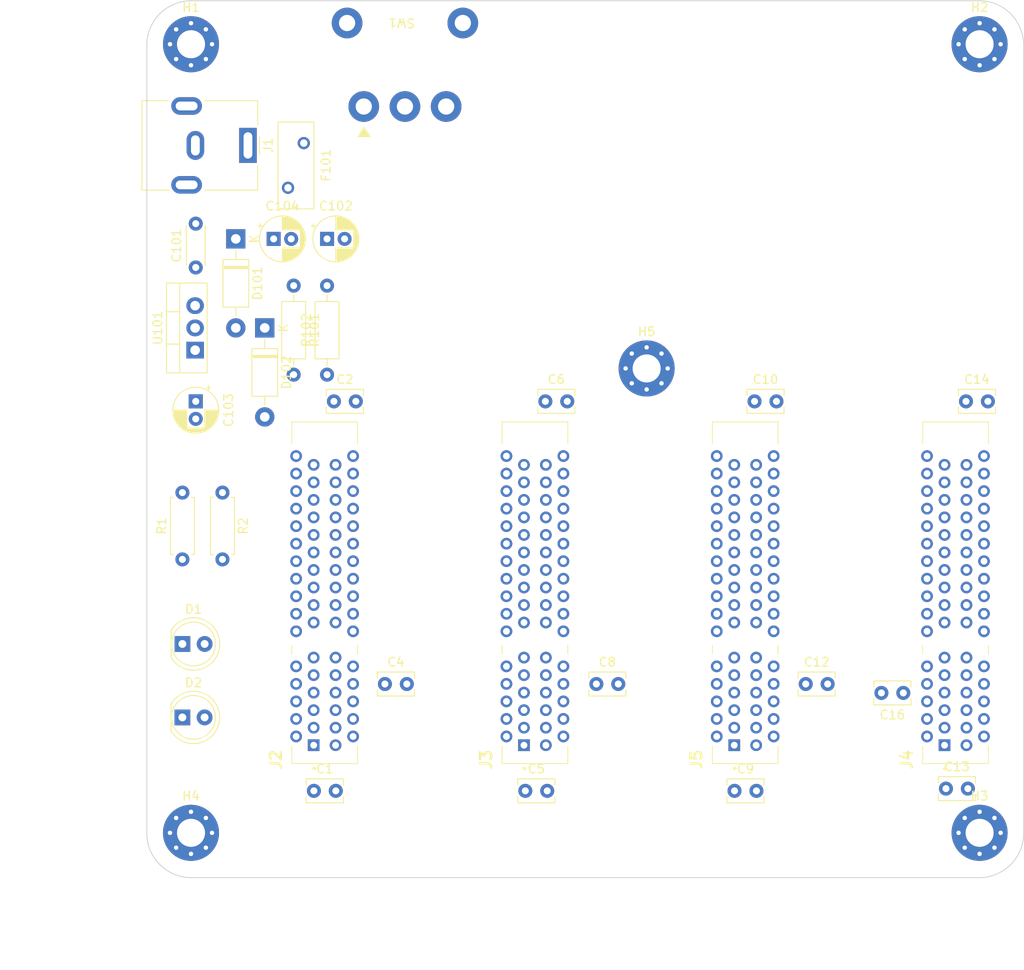
<source format=kicad_pcb>
(kicad_pcb (version 20211014) (generator pcbnew)
  (layers (0 "F.Cu" signal) (31 "B.Cu" power) (34 "B.Paste" user) (35 "F.Paste" user) (36 "B.SilkS" user "B.Silkscreen") (37 "F.SilkS" user "F.Silkscreen") (38 "B.Mask" user) (39 "F.Mask" user) (44 "Edge.Cuts" user))
  (net 0 "")
  (net 1 "GND")
  (net 2 "VCC")
  (net 3 "/Power Regulation/VREG_ADJ")
  (net 4 "/VDC")
  (net 89 "/Power Regulation/VREG_IN")
  (net 90 "/D0")
  (net 91 "/D1")
  (net 92 "/D2")
  (net 93 "/D3")
  (net 94 "/D4")
  (net 95 "/D5")
  (net 96 "/D6")
  (net 97 "/D7")
  (net 98 "/BE")
  (net 99 "/CLK")
  (net 100 "/~{IRQ}")
  (net 101 "/~{NMI}")
  (net 102 "/~{RES}")
  (net 103 "/R{slash}~{W}")
  (net 104 "/RDY")
  (net 105 "/A0")
  (net 106 "/A1")
  (net 107 "/A2")
  (net 108 "/A3")
  (net 109 "/A4")
  (net 110 "/A5")
  (net 111 "/A6")
  (net 112 "/A7")
  (net 113 "/A8")
  (net 114 "/A9")
  (net 115 "/A10")
  (net 116 "/A11")
  (net 117 "/A12")
  (net 118 "/A13")
  (net 119 "/A14")
  (net 120 "/A15")
  (net 121 "/~{ML}")
  (net 122 "/CLK2")
  (net 123 "/~{CLK}")
  (net 124 "/SYNC")
  (net 125 "/~{VP}")
  (net 126 "/~{SO}")
  (net 127 "Net-(J1-Pad1)")
  (net 130 "Net-(D1-Pad2)")
  (net 131 "Net-(D2-Pad2)")
  (footprint "Capacitor_THT:C_Rect_L4.0mm_W2.5mm_P2.50mm" (layer "F.Cu") (at 207.03 140.208)
    (fp_text reference "C9" (at 1.25 -2.5) (layer "F.SilkS"))
    (fp_text value "1u")
    (pad "1" thru_hole circle (at 0 0) (size 1.6 1.6) (drill 0.8) (layers *.Cu *.Mask) (net 2 "VCC"))
    (pad "2" thru_hole circle (at 2.5 0) (size 1.6 1.6) (drill 0.8) (layers *.Cu *.Mask) (net 1 "GND"))
  )
  (footprint "Resistor_THT:R_Axial_DIN0207_L6.3mm_D2.5mm_P7.62mm_Horizontal" (layer "F.Cu") (at 144.018 113.792 90)
    (fp_text reference "R1" (at 3.81 -2.37 90) (layer "F.SilkS"))
    (fp_text value "470")
    (pad "1" thru_hole circle (at 0 0 90) (size 1.6 1.6) (drill 0.8) (layers *.Cu *.Mask) (net 2 "VCC"))
    (pad "2" thru_hole oval (at 7.62 0 90) (size 1.6 1.6) (drill 0.8) (layers *.Cu *.Mask) (net 130 "Net-(D1-Pad2)"))
  )
  (footprint "MountingHole:MountingHole_3.2mm_M3_Pad_Via" (layer "F.Cu") (at 145 55)
    (fp_text reference "H1" (at 0 -4.2) (layer "F.SilkS"))
    (fp_text value "M3")
    (pad "1" thru_hole circle (at 1.697056 -1.697056) (size 0.8 0.8) (drill 0.5) (layers *.Cu *.Mask) (net 1 "GND"))
    (pad "1" thru_hole circle (at 1.697056 1.697056) (size 0.8 0.8) (drill 0.5) (layers *.Cu *.Mask) (net 1 "GND"))
    (pad "1" thru_hole circle (at -1.697056 -1.697056) (size 0.8 0.8) (drill 0.5) (layers *.Cu *.Mask) (net 1 "GND"))
    (pad "1" thru_hole circle (at 0 -2.4) (size 0.8 0.8) (drill 0.5) (layers *.Cu *.Mask) (net 1 "GND"))
    (pad "1" thru_hole circle (at -1.697056 1.697056) (size 0.8 0.8) (drill 0.5) (layers *.Cu *.Mask) (net 1 "GND"))
    (pad "1" thru_hole circle (at -2.4 0) (size 0.8 0.8) (drill 0.5) (layers *.Cu *.Mask) (net 1 "GND"))
    (pad "1" thru_hole circle (at 0 0) (size 6.4 6.4) (drill 3.2) (layers *.Cu *.Mask) (net 1 "GND"))
    (pad "1" thru_hole circle (at 2.4 0) (size 0.8 0.8) (drill 0.5) (layers *.Cu *.Mask) (net 1 "GND"))
    (pad "1" thru_hole circle (at 0 2.4) (size 0.8 0.8) (drill 0.5) (layers *.Cu *.Mask) (net 1 "GND"))
  )
  (footprint "Diode_THT:D_DO-41_SOD81_P10.16mm_Horizontal" (layer "F.Cu") (at 153.416 87.376 -90)
    (fp_text reference "D102" (at 5.08 -2.47 90) (layer "F.SilkS"))
    (fp_text value "1N4002-E3/54")
    (fp_text user "K" (at 0 -2.1 90) (layer "F.SilkS"))
    (pad "1" thru_hole rect (at 0 0 270) (size 2.2 2.2) (drill 1.1) (layers *.Cu *.Mask) (net 2 "VCC"))
    (pad "2" thru_hole oval (at 10.16 0 270) (size 2.2 2.2) (drill 1.1) (layers *.Cu *.Mask) (net 3 "/Power Regulation/VREG_ADJ"))
  )
  (footprint "Capacitor_THT:CP_Radial_D5.0mm_P2.00mm" (layer "F.Cu") (at 160.528 77.216)
    (fp_text reference "C102" (at 1 -3.75) (layer "F.SilkS"))
    (fp_text value "10u")
    (pad "1" thru_hole rect (at 0 0) (size 1.6 1.6) (drill 0.8) (layers *.Cu *.Mask) (net 2 "VCC"))
    (pad "2" thru_hole circle (at 2 0) (size 1.6 1.6) (drill 0.8) (layers *.Cu *.Mask) (net 1 "GND"))
  )
  (footprint "Capacitor_THT:C_Rect_L4.0mm_W2.5mm_P2.50mm" (layer "F.Cu") (at 231.16 139.954)
    (fp_text reference "C13" (at 1.25 -2.5) (layer "F.SilkS"))
    (fp_text value "1u")
    (pad "1" thru_hole circle (at 0 0) (size 1.6 1.6) (drill 0.8) (layers *.Cu *.Mask) (net 2 "VCC"))
    (pad "2" thru_hole circle (at 2.5 0) (size 1.6 1.6) (drill 0.8) (layers *.Cu *.Mask) (net 1 "GND"))
  )
  (footprint "Diode_THT:D_DO-41_SOD81_P10.16mm_Horizontal" (layer "F.Cu") (at 150.114 77.216 -90)
    (fp_text reference "D101" (at 5.08 -2.47 90) (layer "F.SilkS"))
    (fp_text value "1N4002-E3/54")
    (fp_text user "K" (at 0 -2.1 90) (layer "F.SilkS"))
    (pad "1" thru_hole rect (at 0 0 270) (size 2.2 2.2) (drill 1.1) (layers *.Cu *.Mask) (net 89 "/Power Regulation/VREG_IN"))
    (pad "2" thru_hole oval (at 10.16 0 270) (size 2.2 2.2) (drill 1.1) (layers *.Cu *.Mask) (net 2 "VCC"))
  )
  (footprint "MountingHole:MountingHole_3.2mm_M3_Pad_Via" (layer "F.Cu") (at 145 145)
    (fp_text reference "H4" (at 0 -4.2) (layer "F.SilkS"))
    (fp_text value "M3")
    (pad "1" thru_hole circle (at -1.697056 -1.697056) (size 0.8 0.8) (drill 0.5) (layers *.Cu *.Mask) (net 1 "GND"))
    (pad "1" thru_hole circle (at 0 0) (size 6.4 6.4) (drill 3.2) (layers *.Cu *.Mask) (net 1 "GND"))
    (pad "1" thru_hole circle (at 2.4 0) (size 0.8 0.8) (drill 0.5) (layers *.Cu *.Mask) (net 1 "GND"))
    (pad "1" thru_hole circle (at -1.697056 1.697056) (size 0.8 0.8) (drill 0.5) (layers *.Cu *.Mask) (net 1 "GND"))
    (pad "1" thru_hole circle (at 0 2.4) (size 0.8 0.8) (drill 0.5) (layers *.Cu *.Mask) (net 1 "GND"))
    (pad "1" thru_hole circle (at 1.697056 -1.697056) (size 0.8 0.8) (drill 0.5) (layers *.Cu *.Mask) (net 1 "GND"))
    (pad "1" thru_hole circle (at 0 -2.4) (size 0.8 0.8) (drill 0.5) (layers *.Cu *.Mask) (net 1 "GND"))
    (pad "1" thru_hole circle (at 1.697056 1.697056) (size 0.8 0.8) (drill 0.5) (layers *.Cu *.Mask) (net 1 "GND"))
    (pad "1" thru_hole circle (at -2.4 0) (size 0.8 0.8) (drill 0.5) (layers *.Cu *.Mask) (net 1 "GND"))
  )
  (footprint "Capacitor_THT:C_Rect_L4.0mm_W2.5mm_P2.50mm" (layer "F.Cu") (at 226.294 129.032 180)
    (fp_text reference "C16" (at 1.25 -2.5) (layer "F.SilkS"))
    (fp_text value "1u")
    (pad "1" thru_hole circle (at 0 0 180) (size 1.6 1.6) (drill 0.8) (layers *.Cu *.Mask) (net 2 "VCC"))
    (pad "2" thru_hole circle (at 2.5 0 180) (size 1.6 1.6) (drill 0.8) (layers *.Cu *.Mask) (net 1 "GND"))
  )
  (footprint "Capacitor_THT:C_Rect_L4.0mm_W2.5mm_P2.50mm" (layer "F.Cu") (at 185.44 95.758)
    (fp_text reference "C6" (at 1.25 -2.5) (layer "F.SilkS"))
    (fp_text value "1u")
    (pad "1" thru_hole circle (at 0 0) (size 1.6 1.6) (drill 0.8) (layers *.Cu *.Mask) (net 2 "VCC"))
    (pad "2" thru_hole circle (at 2.5 0) (size 1.6 1.6) (drill 0.8) (layers *.Cu *.Mask) (net 1 "GND"))
  )
  (footprint "Package_TO_SOT_THT:TO-220-3_Vertical" (layer "F.Cu") (at 145.471 89.916 90)
    (fp_text reference "U101" (at 2.54 -4.27 90) (layer "F.SilkS"))
    (fp_text value "LM317KCS")
    (pad "1" thru_hole rect (at 0 0 90) (size 1.905 2) (drill 1.1) (layers *.Cu *.Mask) (net 3 "/Power Regulation/VREG_ADJ"))
    (pad "2" thru_hole oval (at 2.54 0 90) (size 1.905 2) (drill 1.1) (layers *.Cu *.Mask) (net 2 "VCC"))
    (pad "3" thru_hole oval (at 5.08 0 90) (size 1.905 2) (drill 1.1) (layers *.Cu *.Mask) (net 89 "/Power Regulation/VREG_IN"))
  )
  (footprint "MountingHole:MountingHole_3.2mm_M3_Pad_Via" (layer "F.Cu") (at 235 145)
    (fp_text reference "H3" (at 0 -4.2) (layer "F.SilkS"))
    (fp_text value "M3")
    (pad "1" thru_hole circle (at 0 2.4) (size 0.8 0.8) (drill 0.5) (layers *.Cu *.Mask) (net 1 "GND"))
    (pad "1" thru_hole circle (at -2.4 0) (size 0.8 0.8) (drill 0.5) (layers *.Cu *.Mask) (net 1 "GND"))
    (pad "1" thru_hole circle (at -1.697056 -1.697056) (size 0.8 0.8) (drill 0.5) (layers *.Cu *.Mask) (net 1 "GND"))
    (pad "1" thru_hole circle (at 0 -2.4) (size 0.8 0.8) (drill 0.5) (layers *.Cu *.Mask) (net 1 "GND"))
    (pad "1" thru_hole circle (at -1.697056 1.697056) (size 0.8 0.8) (drill 0.5) (layers *.Cu *.Mask) (net 1 "GND"))
    (pad "1" thru_hole circle (at 1.697056 1.697056) (size 0.8 0.8) (drill 0.5) (layers *.Cu *.Mask) (net 1 "GND"))
    (pad "1" thru_hole circle (at 1.697056 -1.697056) (size 0.8 0.8) (drill 0.5) (layers *.Cu *.Mask) (net 1 "GND"))
    (pad "1" thru_hole circle (at 2.4 0) (size 0.8 0.8) (drill 0.5) (layers *.Cu *.Mask) (net 1 "GND"))
    (pad "1" thru_hole circle (at 0 0) (size 6.4 6.4) (drill 3.2) (layers *.Cu *.Mask) (net 1 "GND"))
  )
  (footprint "Resistor_THT:R_Axial_DIN0207_L6.3mm_D2.5mm_P10.16mm_Horizontal" (layer "F.Cu") (at 156.718 82.55 -90)
    (fp_text reference "R101" (at 5.08 -2.37 90) (layer "F.SilkS"))
    (fp_text value "240")
    (pad "1" thru_hole circle (at 0 0 270) (size 1.6 1.6) (drill 0.8) (layers *.Cu *.Mask) (net 2 "VCC"))
    (pad "2" thru_hole oval (at 10.16 0 270) (size 1.6 1.6) (drill 0.8) (layers *.Cu *.Mask) (net 3 "/Power Regulation/VREG_ADJ"))
  )
  (footprint "6502_Library:877159100 PCIe x4" (layer "F.Cu") (at 207 135 90)
    (fp_text reference "J5" (at -1.651 -4.318 90) (layer "F.SilkS") (effects (font (size 1.27 1.27) (thickness 0.254))))
    (fp_text value "BUS_6502_PCI_4_64" hide)
    (pad "" np_thru_hole circle (at 34.8 1.25 90) (size 2.4 2.4) (drill 2.4) (layers *.Cu *.Mask))
    (pad "" np_thru_hole circle (at 11.65 1.25 90) (size 2.4 2.4) (drill 2.4) (layers *.Cu *.Mask))
    (pad "A1" thru_hole rect (at 0 0 90) (size 1.337 1.337) (drill 0.78) (layers *.Cu *.Mask) (net 2 "VCC"))
    (pad "A2" thru_hole circle (at 1 -2 90) (size 1.337 1.337) (drill 0.78) (layers *.Cu *.Mask) (net 90 "/D0"))
    (pad "A3" thru_hole circle (at 2 0 90) (size 1.337 1.337) (drill 0.78) (layers *.Cu *.Mask) (net 91 "/D1"))
    (pad "A4" thru_hole circle (at 3 -2 90) (size 1.337 1.337) (drill 0.78) (layers *.Cu *.Mask) (net 92 "/D2"))
    (pad "A5" thru_hole circle (at 4 0 90) (size 1.337 1.337) (drill 0.78) (layers *.Cu *.Mask) (net 93 "/D3"))
    (pad "A6" thru_hole circle (at 5 -2 90) (size 1.337 1.337) (drill 0.78) (layers *.Cu *.Mask) (net 94 "/D4"))
    (pad "A7" thru_hole circle (at 6 0 90) (size 1.337 1.337) (drill 0.78) (layers *.Cu *.Mask) (net 95 "/D5"))
    (pad "A8" thru_hole circle (at 7 -2 90) (size 1.337 1.337) (drill 0.78) (layers *.Cu *.Mask) (net 96 "/D6"))
    (pad "A9" thru_hole circle (at 8 0 90) (size 1.337 1.337) (drill 0.78) (layers *.Cu *.Mask) (net 97 "/D7"))
    (pad "A10" thru_hole circle (at 9 -2 90) (size 1.337 1.337) (drill 0.78) (layers *.Cu *.Mask) (net 98 "/BE"))
    (pad "A11" thru_hole circle (at 10 0 90) (size 1.337 1.337) (drill 0.78) (layers *.Cu *.Mask) (net 99 "/CLK"))
    (pad "A12" thru_hole circle (at 13 -2 90) (size 1.337 1.337) (drill 0.78) (layers *.Cu *.Mask) (net 100 "/~{IRQ}"))
    (pad "A13" thru_hole circle (at 14 0 90) (size 1.337 1.337) (drill 0.78) (layers *.Cu *.Mask) (net 101 "/~{NMI}"))
    (pad "A14" thru_hole circle (at 15 -2 90) (size 1.337 1.337) (drill 0.78) (layers *.Cu *.Mask) (net 102 "/~{RES}"))
    (pad "A15" thru_hole circle (at 16 0 90) (size 1.337 1.337) (drill 0.78) (layers *.Cu *.Mask) (net 103 "/R{slash}~{W}"))
    (pad "A16" thru_hole circle (at 17 -2 90) (size 1.337 1.337) (drill 0.78) (layers *.Cu *.Mask) (net 104 "/RDY"))
    (pad "A17" thru_hole circle (at 18 0 90) (size 1.337 1.337) (drill 0.78) (layers *.Cu *.Mask) (net 105 "/A0"))
    (pad "A18" thru_hole circle (at 19 -2 90) (size 1.337 1.337) (drill 0.78) (layers *.Cu *.Mask) (net 106 "/A1"))
    (pad "A19" thru_hole circle (at 20 0 90) (size 1.337 1.337) (drill 0.78) (layers *.Cu *.Mask) (net 107 "/A2"))
    (pad "A20" thru_hole circle (at 21 -2 90) (size 1.337 1.337) (drill 0.78) (layers *.Cu *.Mask) (net 108 "/A3"))
    (pad "A21" thru_hole circle (at 22 0 90) (size 1.337 1.337) (drill 0.78) (layers *.Cu *.Mask) (net 109 "/A4"))
    (pad "A22" thru_hole circle (at 23 -2 90) (size 1.337 1.337) (drill 0.78) (layers *.Cu *.Mask) (net 110 "/A5"))
    (pad "A23" thru_hole circle (at 24 0 90) (size 1.337 1.337) (drill 0.78) (layers *.Cu *.Mask) (net 111 "/A6"))
    (pad "A24" thru_hole circle (at 25 -2 90) (size 1.337 1.337) (drill 0.78) (layers *.Cu *.Mask) (net 112 "/A7"))
    (pad "A25" thru_hole circle (at 26 0 90) (size 1.337 1.337) (drill 0.78) (layers *.Cu *.Mask) (net 113 "/A8"))
    (pad "A26" thru_hole circle (at 27 -2 90) (size 1.337 1.337) (drill 0.78) (layers *.Cu *.Mask) (net 114 "/A9"))
    (pad "A27" thru_hole circle (at 28 0 90) (size 1.337 1.337) (drill 0.78) (layers *.Cu *.Mask) (net 115 "/A10"))
    (pad "A28" thru_hole circle (at 29 -2 90) (size 1.337 1.337) (drill 0.78) (layers *.Cu *.Mask) (net 116 "/A11"))
    (pad "A29" thru_hole circle (at 30 0 90) (size 1.337 1.337) (drill 0.78) (layers *.Cu *.Mask) (net 117 "/A12"))
    (pad "A30" thru_hole circle (at 31 -2 90) (size 1.337 1.337) (drill 0.78) (layers *.Cu *.Mask) (net 118 "/A13"))
    (pad "A31" thru_hole circle (at 32 0 90) (size 1.337 1.337) (drill 0.78) (layers *.Cu *.Mask) (net 119 "/A14"))
    (pad "A32" thru_hole circle (at 33 -2 90) (size 1.337 1.337) (drill 0.78) (layers *.Cu *.Mask) (net 120 "/A15"))
    (pad "B1" thru_hole circle (at 0 2.5 90) (size 1.337 1.337) (drill 0.78) (layers *.Cu *.Mask) (net 1 "GND"))
    (pad "B2" thru_hole circle (at 1 4.5 90) (size 1.337 1.337) (drill 0.78) (layers *.Cu *.Mask) (net 121 "/~{ML}"))
    (pad "B3" thru_hole circle (at 2 2.5 90) (size 1.337 1.337) (drill 0.78) (layers *.Cu *.Mask) (net 122 "/CLK2"))
    (pad "B4" thru_hole circle (at 3 4.5 90) (size 1.337 1.337) (drill 0.78) (layers *.Cu *.Mask) (net 123 "/~{CLK}"))
    (pad "B5" thru_hole circle (at 4 2.5 90) (size 1.337 1.337) (drill 0.78) (layers *.Cu *.Mask) (net 124 "/SYNC"))
    (pad "B6" thru_hole circle (at 5 4.5 90) (size 1.337 1.337) (drill 0.78) (layers *.Cu *.Mask) (net 125 "/~{VP}"))
    (pad "B7" thru_hole circle (at 6 2.5 90) (size 1.337 1.337) (drill 0.78) (layers *.Cu *.Mask) (net 126 "/~{SO}"))
    (pad "B8" thru_hole circle (at 7 4.5 90) (size 1.337 1.337) (drill 0.78) (layers *.Cu *.Mask) (net 2 "VCC"))
    (pad "B9" thru_hole circle (at 8 2.5 90) (size 1.337 1.337) (drill 0.78) (layers *.Cu *.Mask))
    (pad "B10" thru_hole circle (at 9 4.5 90) (size 1.337 1.337) (drill 0.78) (layers *.Cu *.Mask))
    (pad "B11" thru_hole circle (at 10 2.5 90) (size 1.337 1.337) (drill 0.78) (layers *.Cu *.Mask))
    (pad "B12" thru_hole circle (at 13 4.5 90) (size 1.337 1.337) (drill 0.78) (layers *.Cu *.Mask))
    (pad "B13" thru_hole circle (at 14 2.5 90) (size 1.337 1.337) (drill 0.78) (layers *.Cu *.Mask))
    (pad "B14" thru_hole circle (at 15 4.5 90) (size 1.337 1.337) (drill 0.78) (layers *.Cu *.Mask))
    (pad "B15" thru_hole circle (at 16 2.5 90) (size 1.337 1.337) (drill 0.78) (layers *.Cu *.Mask))
    (pad "B16" thru_hole circle (at 17 4.5 90) (size 1.337 1.337) (drill 0.78) (layers *.Cu *.Mask))
    (pad "B17" thru_hole circle (at 18 2.5 90) (size 1.337 1.337) (drill 0.78) (layers *.Cu *.Mask) (net 1 "GND"))
    (pad "B18" thru_hole circle (at 19 4.5 90) (size 1.337 1.337) (drill 0.78) (layers *.Cu *.Mask))
    (pad "B19" thru_hole circle (at 20 2.5 90) (size 1.337 1.337) (drill 0.78) (layers *.Cu *.Mask))
    (pad "B20" thru_hole circle (at 21 4.5 90) (size 1.337 1.337) (drill 0.78) (layers *.Cu *.Mask))
    (pad "B21" thru_hole circle (at 22 2.5 90) (size 1.337 1.337) (drill 0.78) (layers *.Cu *.Mask))
    (pad "B22" thru_hole circle (at 23 4.5 90) (size 1.337 1.337) (drill 0.78) (layers *.Cu *.Mask))
    (pad "B23" thru_hole circle (at 24 2.5 90) (size 1.337 1.337) (drill 0.78) (layers *.Cu *.Mask))
    (pad "B24" thru_hole circle (at 25 4.5 90) (size 1.337 1.337) (drill 0.78) (layers *.Cu *.Mask))
    (pad "B25" thru_hole circle (at 26 2.5 90) (size 1.337 1.337) (drill 0.78) (layers *.Cu *.Mask))
    (pad "B26" thru_hole circle (at 27 4.5 90) (size 1.337 1.337) (drill 0.78) (layers *.Cu *.Mask))
    (pad "B27" thru_hole circle (at 28 2.5 90) (size 1.337 1.337) (drill 0.78) (layers *.Cu *.Mask))
    (pad "B28" thru_hole circle (at 29 4.5 90) (size 1.337 1.337) (drill 0.78) (layers *.Cu *.Mask))
    (pad "B29" thru_hole circle (at 30 2.5 90) (size 1.337 1.337) (drill 0.78) (layers *.Cu *.Mask))
    (pad "B30" thru_hole circle (at 31 4.5 90) (size 1.337 1.337) (drill 0.78) (layers *.Cu *.Mask))
    (pad "B31" thru_hole circle (at 32 2.5 90) (size 1.337 1.337) (drill 0.78) (layers *.Cu *.Mask) (net 2 "VCC"))
    (pad "B32" thru_hole circle (at 33 4.5 90) (size 1.337 1.337) (drill 0.78) (layers *.Cu *.Mask) (net 1 "GND"))
  )
  (footprint "LED_THT:LED_D5.0mm" (layer "F.Cu") (at 144.018 123.444)
    (fp_text reference "D1" (at 1.27 -3.96) (layer "F.SilkS"))
    (fp_text value "PWR")
    (pad "1" thru_hole rect (at 0 0) (size 1.8 1.8) (drill 0.9) (layers *.Cu *.Mask) (net 1 "GND"))
    (pad "2" thru_hole circle (at 2.54 0) (size 1.8 1.8) (drill 0.9) (layers *.Cu *.Mask) (net 130 "Net-(D1-Pad2)"))
  )
  (footprint "Capacitor_THT:C_Rect_L4.0mm_W2.5mm_P2.50mm" (layer "F.Cu") (at 159.024 140.208)
    (fp_text reference "C1" (at 1.25 -2.5) (layer "F.SilkS"))
    (fp_text value "1u")
    (pad "1" thru_hole circle (at 0 0) (size 1.6 1.6) (drill 0.8) (layers *.Cu *.Mask) (net 2 "VCC"))
    (pad "2" thru_hole circle (at 2.5 0) (size 1.6 1.6) (drill 0.8) (layers *.Cu *.Mask) (net 1 "GND"))
  )
  (footprint "Capacitor_THT:C_Rect_L4.0mm_W2.5mm_P2.50mm" (layer "F.Cu") (at 161.31 95.758)
    (fp_text reference "C2" (at 1.25 -2.5) (layer "F.SilkS"))
    (fp_text value "1u")
    (pad "1" thru_hole circle (at 0 0) (size 1.6 1.6) (drill 0.8) (layers *.Cu *.Mask) (net 2 "VCC"))
    (pad "2" thru_hole circle (at 2.5 0) (size 1.6 1.6) (drill 0.8) (layers *.Cu *.Mask) (net 1 "GND"))
  )
  (footprint "Resistor_THT:R_Axial_DIN0207_L6.3mm_D2.5mm_P10.16mm_Horizontal" (layer "F.Cu") (at 160.528 92.71 90)
    (fp_text reference "R102" (at 5.08 -2.37 90) (layer "F.SilkS"))
    (fp_text value "720")
    (pad "1" thru_hole circle (at 0 0 90) (size 1.6 1.6) (drill 0.8) (layers *.Cu *.Mask) (net 3 "/Power Regulation/VREG_ADJ"))
    (pad "2" thru_hole oval (at 10.16 0 90) (size 1.6 1.6) (drill 0.8) (layers *.Cu *.Mask) (net 1 "GND"))
  )
  (footprint "Capacitor_THT:C_Rect_L4.0mm_W2.5mm_P2.50mm" (layer "F.Cu") (at 233.446 95.758)
    (fp_text reference "C14" (at 1.25 -2.5) (layer "F.SilkS"))
    (fp_text value "1u")
    (pad "1" thru_hole circle (at 0 0) (size 1.6 1.6) (drill 0.8) (layers *.Cu *.Mask) (net 2 "VCC"))
    (pad "2" thru_hole circle (at 2.5 0) (size 1.6 1.6) (drill 0.8) (layers *.Cu *.Mask) (net 1 "GND"))
  )
  (footprint "6502_Library:Button_Switch_Dailywell_SPDT" (layer "F.Cu") (at 169.418 52.578 180)
    (fp_text reference "SW1" (at 0.381 0 180 unlocked) (layer "F.SilkS"))
    (fp_text value "SW_PWR")
    (pad "1" thru_hole circle (at 4.7 -9.53 180) (size 3.5 3.5) (drill 1.85) (layers *.Cu *.Mask))
    (pad "2" thru_hole circle (at 0 -9.53 180) (size 3.5 3.5) (drill 1.85) (layers *.Cu *.Mask) (net 127 "Net-(J1-Pad1)"))
    (pad "3" thru_hole circle (at -4.7 -9.53 180) (size 3.5 3.5) (drill 1.85) (layers *.Cu *.Mask) (net 4 "/VDC"))
    (pad "MP" thru_hole circle (at 6.605 0 270) (size 3.5 3.5) (drill 1.85) (layers *.Cu *.Mask))
    (pad "MP" thru_hole circle (at -6.605 0 180) (size 3.5 3.5) (drill 1.85) (layers *.Cu *.Mask))
  )
  (footprint "Capacitor_THT:C_Rect_L4.0mm_W2.5mm_P2.50mm" (layer "F.Cu") (at 167.132 128.016)
    (fp_text reference "C4" (at 1.25 -2.5) (layer "F.SilkS"))
    (fp_text value "1u")
    (pad "1" thru_hole circle (at 0 0) (size 1.6 1.6) (drill 0.8) (layers *.Cu *.Mask) (net 2 "VCC"))
    (pad "2" thru_hole circle (at 2.5 0) (size 1.6 1.6) (drill 0.8) (layers *.Cu *.Mask) (net 1 "GND"))
  )
  (footprint "Capacitor_THT:CP_Radial_D5.0mm_P2.00mm" (layer "F.Cu") (at 145.542 95.758 -90)
    (fp_text reference "C103" (at 1 -3.75 90) (layer "F.SilkS"))
    (fp_text value "10u")
    (pad "1" thru_hole rect (at 0 0 270) (size 1.6 1.6) (drill 0.8) (layers *.Cu *.Mask) (net 3 "/Power Regulation/VREG_ADJ"))
    (pad "2" thru_hole circle (at 2 0 270) (size 1.6 1.6) (drill 0.8) (layers *.Cu *.Mask) (net 1 "GND"))
  )
  (footprint "MountingHole:MountingHole_3.2mm_M3_Pad_Via" (layer "F.Cu") (at 235 55)
    (fp_text reference "H2" (at 0 -4.2) (layer "F.SilkS"))
    (fp_text value "M3")
    (pad "1" thru_hole circle (at 0 -2.4) (size 0.8 0.8) (drill 0.5) (layers *.Cu *.Mask) (net 1 "GND"))
    (pad "1" thru_hole circle (at -2.4 0) (size 0.8 0.8) (drill 0.5) (layers *.Cu *.Mask) (net 1 "GND"))
    (pad "1" thru_hole circle (at -1.697056 -1.697056) (size 0.8 0.8) (drill 0.5) (layers *.Cu *.Mask) (net 1 "GND"))
    (pad "1" thru_hole circle (at 0 2.4) (size 0.8 0.8) (drill 0.5) (layers *.Cu *.Mask) (net 1 "GND"))
    (pad "1" thru_hole circle (at 1.697056 1.697056) (size 0.8 0.8) (drill 0.5) (layers *.Cu *.Mask) (net 1 "GND"))
    (pad "1" thru_hole circle (at -1.697056 1.697056) (size 0.8 0.8) (drill 0.5) (layers *.Cu *.Mask) (net 1 "GND"))
    (pad "1" thru_hole circle (at 0 0) (size 6.4 6.4) (drill 3.2) (layers *.Cu *.Mask) (net 1 "GND"))
    (pad "1" thru_hole circle (at 2.4 0) (size 0.8 0.8) (drill 0.5) (layers *.Cu *.Mask) (net 1 "GND"))
    (pad "1" thru_hole circle (at 1.697056 -1.697056) (size 0.8 0.8) (drill 0.5) (layers *.Cu *.Mask) (net 1 "GND"))
  )
  (footprint "6502_Library:877159100 PCIe x4" (layer "F.Cu") (at 183 135 90)
    (fp_text reference "J3" (at -1.651 -4.318 90) (layer "F.SilkS") (effects (font (size 1.27 1.27) (thickness 0.254))))
    (fp_text value "BUS_6502_PCI_4_64" hide)
    (pad "" np_thru_hole circle (at 11.65 1.25 90) (size 2.4 2.4) (drill 2.4) (layers *.Cu *.Mask))
    (pad "" np_thru_hole circle (at 34.8 1.25 90) (size 2.4 2.4) (drill 2.4) (layers *.Cu *.Mask))
    (pad "A1" thru_hole rect (at 0 0 90) (size 1.337 1.337) (drill 0.78) (layers *.Cu *.Mask) (net 2 "VCC"))
    (pad "A2" thru_hole circle (at 1 -2 90) (size 1.337 1.337) (drill 0.78) (layers *.Cu *.Mask) (net 90 "/D0"))
    (pad "A3" thru_hole circle (at 2 0 90) (size 1.337 1.337) (drill 0.78) (layers *.Cu *.Mask) (net 91 "/D1"))
    (pad "A4" thru_hole circle (at 3 -2 90) (size 1.337 1.337) (drill 0.78) (layers *.Cu *.Mask) (net 92 "/D2"))
    (pad "A5" thru_hole circle (at 4 0 90) (size 1.337 1.337) (drill 0.78) (layers *.Cu *.Mask) (net 93 "/D3"))
    (pad "A6" thru_hole circle (at 5 -2 90) (size 1.337 1.337) (drill 0.78) (layers *.Cu *.Mask) (net 94 "/D4"))
    (pad "A7" thru_hole circle (at 6 0 90) (size 1.337 1.337) (drill 0.78) (layers *.Cu *.Mask) (net 95 "/D5"))
    (pad "A8" thru_hole circle (at 7 -2 90) (size 1.337 1.337) (drill 0.78) (layers *.Cu *.Mask) (net 96 "/D6"))
    (pad "A9" thru_hole circle (at 8 0 90) (size 1.337 1.337) (drill 0.78) (layers *.Cu *.Mask) (net 97 "/D7"))
    (pad "A10" thru_hole circle (at 9 -2 90) (size 1.337 1.337) (drill 0.78) (layers *.Cu *.Mask) (net 98 "/BE"))
    (pad "A11" thru_hole circle (at 10 0 90) (size 1.337 1.337) (drill 0.78) (layers *.Cu *.Mask) (net 99 "/CLK"))
    (pad "A12" thru_hole circle (at 13 -2 90) (size 1.337 1.337) (drill 0.78) (layers *.Cu *.Mask) (net 100 "/~{IRQ}"))
    (pad "A13" thru_hole circle (at 14 0 90) (size 1.337 1.337) (drill 0.78) (layers *.Cu *.Mask) (net 101 "/~{NMI}"))
    (pad "A14" thru_hole circle (at 15 -2 90) (size 1.337 1.337) (drill 0.78) (layers *.Cu *.Mask) (net 102 "/~{RES}"))
    (pad "A15" thru_hole circle (at 16 0 90) (size 1.337 1.337) (drill 0.78) (layers *.Cu *.Mask) (net 103 "/R{slash}~{W}"))
    (pad "A16" thru_hole circle (at 17 -2 90) (size 1.337 1.337) (drill 0.78) (layers *.Cu *.Mask) (net 104 "/RDY"))
    (pad "A17" thru_hole circle (at 18 0 90) (size 1.337 1.337) (drill 0.78) (layers *.Cu *.Mask) (net 105 "/A0"))
    (pad "A18" thru_hole circle (at 19 -2 90) (size 1.337 1.337) (drill 0.78) (layers *.Cu *.Mask) (net 106 "/A1"))
    (pad "A19" thru_hole circle (at 20 0 90) (size 1.337 1.337) (drill 0.78) (layers *.Cu *.Mask) (net 107 "/A2"))
    (pad "A20" thru_hole circle (at 21 -2 90) (size 1.337 1.337) (drill 0.78) (layers *.Cu *.Mask) (net 108 "/A3"))
    (pad "A21" thru_hole circle (at 22 0 90) (size 1.337 1.337) (drill 0.78) (layers *.Cu *.Mask) (net 109 "/A4"))
    (pad "A22" thru_hole circle (at 23 -2 90) (size 1.337 1.337) (drill 0.78) (layers *.Cu *.Mask) (net 110 "/A5"))
    (pad "A23" thru_hole circle (at 24 0 90) (size 1.337 1.337) (drill 0.78) (layers *.Cu *.Mask) (net 111 "/A6"))
    (pad "A24" thru_hole circle (at 25 -2 90) (size 1.337 1.337) (drill 0.78) (layers *.Cu *.Mask) (net 112 "/A7"))
    (pad "A25" thru_hole circle (at 26 0 90) (size 1.337 1.337) (drill 0.78) (layers *.Cu *.Mask) (net 113 "/A8"))
    (pad "A26" thru_hole circle (at 27 -2 90) (size 1.337 1.337) (drill 0.78) (layers *.Cu *.Mask) (net 114 "/A9"))
    (pad "A27" thru_hole circle (at 28 0 90) (size 1.337 1.337) (drill 0.78) (layers *.Cu *.Mask) (net 115 "/A10"))
    (pad "A28" thru_hole circle (at 29 -2 90) (size 1.337 1.337) (drill 0.78) (layers *.Cu *.Mask) (net 116 "/A11"))
    (pad "A29" thru_hole circle (at 30 0 90) (size 1.337 1.337) (drill 0.78) (layers *.Cu *.Mask) (net 117 "/A12"))
    (pad "A30" thru_hole circle (at 31 -2 90) (size 1.337 1.337) (drill 0.78) (layers *.Cu *.Mask) (net 118 "/A13"))
    (pad "A31" thru_hole circle (at 32 0 90) (size 1.337 1.337) (drill 0.78) (layers *.Cu *.Mask) (net 119 "/A14"))
    (pad "A32" thru_hole circle (at 33 -2 90) (size 1.337 1.337) (drill 0.78) (layers *.Cu *.Mask) (net 120 "/A15"))
    (pad "B1" thru_hole circle (at 0 2.5 90) (size 1.337 1.337) (drill 0.78) (layers *.Cu *.Mask) (net 1 "GND"))
    (pad "B2" thru_hole circle (at 1 4.5 90) (size 1.337 1.337) (drill 0.78) (layers *.Cu *.Mask) (net 121 "/~{ML}"))
    (pad "B3" thru_hole circle (at 2 2.5 90) (size 1.337 1.337) (drill 0.78) (layers *.Cu *.Mask) (net 122 "/CLK2"))
    (pad "B4" thru_hole circle (at 3 4.5 90) (size 1.337 1.337) (drill 0.78) (layers *.Cu *.Mask) (net 123 "/~{CLK}"))
    (pad "B5" thru_hole circle (at 4 2.5 90) (size 1.337 1.337) (drill 0.78) (layers *.Cu *.Mask) (net 124 "/SYNC"))
    (pad "B6" thru_hole circle (at 5 4.5 90) (size 1.337 1.337) (drill 0.78) (layers *.Cu *.Mask) (net 125 "/~{VP}"))
    (pad "B7" thru_hole circle (at 6 2.5 90) (size 1.337 1.337) (drill 0.78) (layers *.Cu *.Mask) (net 126 "/~{SO}"))
    (pad "B8" thru_hole circle (at 7 4.5 90) (size 1.337 1.337) (drill 0.78) (layers *.Cu *.Mask) (net 2 "VCC"))
    (pad "B9" thru_hole circle (at 8 2.5 90) (size 1.337 1.337) (drill 0.78) (layers *.Cu *.Mask))
    (pad "B10" thru_hole circle (at 9 4.5 90) (size 1.337 1.337) (drill 0.78) (layers *.Cu *.Mask))
    (pad "B11" thru_hole circle (at 10 2.5 90) (size 1.337 1.337) (drill 0.78) (layers *.Cu *.Mask))
    (pad "B12" thru_hole circle (at 13 4.5 90) (size 1.337 1.337) (drill 0.78) (layers *.Cu *.Mask))
    (pad "B13" thru_hole circle (at 14 2.5 90) (size 1.337 1.337) (drill 0.78) (layers *.Cu *.Mask))
    (pad "B14" thru_hole circle (at 15 4.5 90) (size 1.337 1.337) (drill 0.78) (layers *.Cu *.Mask))
    (pad "B15" thru_hole circle (at 16 2.5 90) (size 1.337 1.337) (drill 0.78) (layers *.Cu *.Mask))
    (pad "B16" thru_hole circle (at 17 4.5 90) (size 1.337 1.337) (drill 0.78) (layers *.Cu *.Mask))
    (pad "B17" thru_hole circle (at 18 2.5 90) (size 1.337 1.337) (drill 0.78) (layers *.Cu *.Mask) (net 1 "GND"))
    (pad "B18" thru_hole circle (at 19 4.5 90) (size 1.337 1.337) (drill 0.78) (layers *.Cu *.Mask))
    (pad "B19" thru_hole circle (at 20 2.5 90) (size 1.337 1.337) (drill 0.78) (layers *.Cu *.Mask))
    (pad "B20" thru_hole circle (at 21 4.5 90) (size 1.337 1.337) (drill 0.78) (layers *.Cu *.Mask))
    (pad "B21" thru_hole circle (at 22 2.5 90) (size 1.337 1.337) (drill 0.78) (layers *.Cu *.Mask))
    (pad "B22" thru_hole circle (at 23 4.5 90) (size 1.337 1.337) (drill 0.78) (layers *.Cu *.Mask))
    (pad "B23" thru_hole circle (at 24 2.5 90) (size 1.337 1.337) (drill 0.78) (layers *.Cu *.Mask))
    (pad "B24" thru_hole circle (at 25 4.5 90) (size 1.337 1.337) (drill 0.78) (layers *.Cu *.Mask))
    (pad "B25" thru_hole circle (at 26 2.5 90) (size 1.337 1.337) (drill 0.78) (layers *.Cu *.Mask))
    (pad "B26" thru_hole circle (at 27 4.5 90) (size 1.337 1.337) (drill 0.78) (layers *.Cu *.Mask))
    (pad "B27" thru_hole circle (at 28 2.5 90) (size 1.337 1.337) (drill 0.78) (layers *.Cu *.Mask))
    (pad "B28" thru_hole circle (at 29 4.5 90) (size 1.337 1.337) (drill 0.78) (layers *.Cu *.Mask))
    (pad "B29" thru_hole circle (at 30 2.5 90) (size 1.337 1.337) (drill 0.78) (layers *.Cu *.Mask))
    (pad "B30" thru_hole circle (at 31 4.5 90) (size 1.337 1.337) (drill 0.78) (layers *.Cu *.Mask))
    (pad "B31" thru_hole circle (at 32 2.5 90) (size 1.337 1.337) (drill 0.78) (layers *.Cu *.Mask) (net 2 "VCC"))
    (pad "B32" thru_hole circle (at 33 4.5 90) (size 1.337 1.337) (drill 0.78) (layers *.Cu *.Mask) (net 1 "GND"))
  )
  (footprint "Connector_BarrelJack:BarrelJack_CUI_PJ-063AH_Horizontal" (layer "F.Cu") (at 151.5 66.548 -90)
    (fp_text reference "J1" (at 0 -2.3 90) (layer "F.SilkS"))
    (fp_text value "PJ-063AH")
    (pad "" np_thru_hole circle (at 0 9 270) (size 1.6 1.6) (drill 1.6) (layers *.Cu *.Mask))
    (pad "1" thru_hole rect (at 0 0 270) (size 4 2) (drill oval 3 1) (layers *.Cu *.Mask) (net 127 "Net-(J1-Pad1)"))
    (pad "2" thru_hole oval (at 0 6 270) (size 3.3 2) (drill oval 2.3 1) (layers *.Cu *.Mask) (net 1 "GND"))
    (pad "MP" thru_hole oval (at -4.5 7 270) (size 2 3.5) (drill oval 1 2.5) (layers *.Cu *.Mask))
    (pad "MP" thru_hole oval (at 4.5 7 270) (size 2 3.5) (drill oval 1 2.5) (layers *.Cu *.Mask))
  )
  (footprint "6502_Library:877159100 PCIe x4" (layer "F.Cu") (at 159 135 90)
    (fp_text reference "J2" (at -1.651 -4.318 90) (layer "F.SilkS") (effects (font (size 1.27 1.27) (thickness 0.254))))
    (fp_text value "BUS_6502_PCI_4_64" hide)
    (pad "" np_thru_hole circle (at 11.65 1.25 90) (size 2.4 2.4) (drill 2.4) (layers *.Cu *.Mask))
    (pad "" np_thru_hole circle (at 34.8 1.25 90) (size 2.4 2.4) (drill 2.4) (layers *.Cu *.Mask))
    (pad "A1" thru_hole rect (at 0 0 90) (size 1.337 1.337) (drill 0.78) (layers *.Cu *.Mask) (net 2 "VCC"))
    (pad "A2" thru_hole circle (at 1 -2 90) (size 1.337 1.337) (drill 0.78) (layers *.Cu *.Mask) (net 90 "/D0"))
    (pad "A3" thru_hole circle (at 2 0 90) (size 1.337 1.337) (drill 0.78) (layers *.Cu *.Mask) (net 91 "/D1"))
    (pad "A4" thru_hole circle (at 3 -2 90) (size 1.337 1.337) (drill 0.78) (layers *.Cu *.Mask) (net 92 "/D2"))
    (pad "A5" thru_hole circle (at 4 0 90) (size 1.337 1.337) (drill 0.78) (layers *.Cu *.Mask) (net 93 "/D3"))
    (pad "A6" thru_hole circle (at 5 -2 90) (size 1.337 1.337) (drill 0.78) (layers *.Cu *.Mask) (net 94 "/D4"))
    (pad "A7" thru_hole circle (at 6 0 90) (size 1.337 1.337) (drill 0.78) (layers *.Cu *.Mask) (net 95 "/D5"))
    (pad "A8" thru_hole circle (at 7 -2 90) (size 1.337 1.337) (drill 0.78) (layers *.Cu *.Mask) (net 96 "/D6"))
    (pad "A9" thru_hole circle (at 8 0 90) (size 1.337 1.337) (drill 0.78) (layers *.Cu *.Mask) (net 97 "/D7"))
    (pad "A10" thru_hole circle (at 9 -2 90) (size 1.337 1.337) (drill 0.78) (layers *.Cu *.Mask) (net 98 "/BE"))
    (pad "A11" thru_hole circle (at 10 0 90) (size 1.337 1.337) (drill 0.78) (layers *.Cu *.Mask) (net 99 "/CLK"))
    (pad "A12" thru_hole circle (at 13 -2 90) (size 1.337 1.337) (drill 0.78) (layers *.Cu *.Mask) (net 100 "/~{IRQ}"))
    (pad "A13" thru_hole circle (at 14 0 90) (size 1.337 1.337) (drill 0.78) (layers *.Cu *.Mask) (net 101 "/~{NMI}"))
    (pad "A14" thru_hole circle (at 15 -2 90) (size 1.337 1.337) (drill 0.78) (layers *.Cu *.Mask) (net 102 "/~{RES}"))
    (pad "A15" thru_hole circle (at 16 0 90) (size 1.337 1.337) (drill 0.78) (layers *.Cu *.Mask) (net 103 "/R{slash}~{W}"))
    (pad "A16" thru_hole circle (at 17 -2 90) (size 1.337 1.337) (drill 0.78) (layers *.Cu *.Mask) (net 104 "/RDY"))
    (pad "A17" thru_hole circle (at 18 0 90) (size 1.337 1.337) (drill 0.78) (layers *.Cu *.Mask) (net 105 "/A0"))
    (pad "A18" thru_hole circle (at 19 -2 90) (size 1.337 1.337) (drill 0.78) (layers *.Cu *.Mask) (net 106 "/A1"))
    (pad "A19" thru_hole circle (at 20 0 90) (size 1.337 1.337) (drill 0.78) (layers *.Cu *.Mask) (net 107 "/A2"))
    (pad "A20" thru_hole circle (at 21 -2 90) (size 1.337 1.337) (drill 0.78) (layers *.Cu *.Mask) (net 108 "/A3"))
    (pad "A21" thru_hole circle (at 22 0 90) (size 1.337 1.337) (drill 0.78) (layers *.Cu *.Mask) (net 109 "/A4"))
    (pad "A22" thru_hole circle (at 23 -2 90) (size 1.337 1.337) (drill 0.78) (layers *.Cu *.Mask) (net 110 "/A5"))
    (pad "A23" thru_hole circle (at 24 0 90) (size 1.337 1.337) (drill 0.78) (layers *.Cu *.Mask) (net 111 "/A6"))
    (pad "A24" thru_hole circle (at 25 -2 90) (size 1.337 1.337) (drill 0.78) (layers *.Cu *.Mask) (net 112 "/A7"))
    (pad "A25" thru_hole circle (at 26 0 90) (size 1.337 1.337) (drill 0.78) (layers *.Cu *.Mask) (net 113 "/A8"))
    (pad "A26" thru_hole circle (at 27 -2 90) (size 1.337 1.337) (drill 0.78) (layers *.Cu *.Mask) (net 114 "/A9"))
    (pad "A27" thru_hole circle (at 28 0 90) (size 1.337 1.337) (drill 0.78) (layers *.Cu *.Mask) (net 115 "/A10"))
    (pad "A28" thru_hole circle (at 29 -2 90) (size 1.337 1.337) (drill 0.78) (layers *.Cu *.Mask) (net 116 "/A11"))
    (pad "A29" thru_hole circle (at 30 0 90) (size 1.337 1.337) (drill 0.78) (layers *.Cu *.Mask) (net 117 "/A12"))
    (pad "A30" thru_hole circle (at 31 -2 90) (size 1.337 1.337) (drill 0.78) (layers *.Cu *.Mask) (net 118 "/A13"))
    (pad "A31" thru_hole circle (at 32 0 90) (size 1.337 1.337) (drill 0.78) (layers *.Cu *.Mask) (net 119 "/A14"))
    (pad "A32" thru_hole circle (at 33 -2 90) (size 1.337 1.337) (drill 0.78) (layers *.Cu *.Mask) (net 120 "/A15"))
    (pad "B1" thru_hole circle (at 0 2.5 90) (size 1.337 1.337) (drill 0.78) (layers *.Cu *.Mask) (net 1 "GND"))
    (pad "B2" thru_hole circle (at 1 4.5 90) (size 1.337 1.337) (drill 0.78) (layers *.Cu *.Mask) (net 121 "/~{ML}"))
    (pad "B3" thru_hole circle (at 2 2.5 90) (size 1.337 1.337) (drill 0.78) (layers *.Cu *.Mask) (net 122 "/CLK2"))
    (pad "B4" thru_hole circle (at 3 4.5 90) (size 1.337 1.337) (drill 0.78) (layers *.Cu *.Mask) (net 123 "/~{CLK}"))
    (pad "B5" thru_hole circle (at 4 2.5 90) (size 1.337 1.337) (drill 0.78) (layers *.Cu *.Mask) (net 124 "/SYNC"))
    (pad "B6" thru_hole circle (at 5 4.5 90) (size 1.337 1.337) (drill 0.78) (layers *.Cu *.Mask) (net 125 "/~{VP}"))
    (pad "B7" thru_hole circle (at 6 2.5 90) (size 1.337 1.337) (drill 0.78) (layers *.Cu *.Mask) (net 126 "/~{SO}"))
    (pad "B8" thru_hole circle (at 7 4.5 90) (size 1.337 1.337) (drill 0.78) (layers *.Cu *.Mask) (net 2 "VCC"))
    (pad "B9" thru_hole circle (at 8 2.5 90) (size 1.337 1.337) (drill 0.78) (layers *.Cu *.Mask))
    (pad "B10" thru_hole circle (at 9 4.5 90) (size 1.337 1.337) (drill 0.78) (layers *.Cu *.Mask))
    (pad "B11" thru_hole circle (at 10 2.5 90) (size 1.337 1.337) (drill 0.78) (layers *.Cu *.Mask))
    (pad "B12" thru_hole circle (at 13 4.5 90) (size 1.337 1.337) (drill 0.78) (layers *.Cu *.Mask))
    (pad "B13" thru_hole circle (at 14 2.5 90) (size 1.337 1.337) (drill 0.78) (layers *.Cu *.Mask))
    (pad "B14" thru_hole circle (at 15 4.5 90) (size 1.337 1.337) (drill 0.78) (layers *.Cu *.Mask))
    (pad "B15" thru_hole circle (at 16 2.5 90) (size 1.337 1.337) (drill 0.78) (layers *.Cu *.Mask))
    (pad "B16" thru_hole circle (at 17 4.5 90) (size 1.337 1.337) (drill 0.78) (layers *.Cu *.Mask))
    (pad "B17" thru_hole circle (at 18 2.5 90) (size 1.337 1.337) (drill 0.78) (layers *.Cu *.Mask) (net 1 "GND"))
    (pad "B18" thru_hole circle (at 19 4.5 90) (size 1.337 1.337) (drill 0.78) (layers *.Cu *.Mask))
    (pad "B19" thru_hole circle (at 20 2.5 90) (size 1.337 1.337) (drill 0.78) (layers *.Cu *.Mask))
    (pad "B20" thru_hole circle (at 21 4.5 90) (size 1.337 1.337) (drill 0.78) (layers *.Cu *.Mask))
    (pad "B21" thru_hole circle (at 22 2.5 90) (size 1.337 1.337) (drill 0.78) (layers *.Cu *.Mask))
    (pad "B22" thru_hole circle (at 23 4.5 90) (size 1.337 1.337) (drill 0.78) (layers *.Cu *.Mask))
    (pad "B23" thru_hole circle (at 24 2.5 90) (size 1.337 1.337) (drill 0.78) (layers *.Cu *.Mask))
    (pad "B24" thru_hole circle (at 25 4.5 90) (size 1.337 1.337) (drill 0.78) (layers *.Cu *.Mask))
    (pad "B25" thru_hole circle (at 26 2.5 90) (size 1.337 1.337) (drill 0.78) (layers *.Cu *.Mask))
    (pad "B26" thru_hole circle (at 27 4.5 90) (size 1.337 1.337) (drill 0.78) (layers *.Cu *.Mask))
    (pad "B27" thru_hole circle (at 28 2.5 90) (size 1.337 1.337) (drill 0.78) (layers *.Cu *.Mask))
    (pad "B28" thru_hole circle (at 29 4.5 90) (size 1.337 1.337) (drill 0.78) (layers *.Cu *.Mask))
    (pad "B29" thru_hole circle (at 30 2.5 90) (size 1.337 1.337) (drill 0.78) (layers *.Cu *.Mask))
    (pad "B30" thru_hole circle (at 31 4.5 90) (size 1.337 1.337) (drill 0.78) (layers *.Cu *.Mask))
    (pad "B31" thru_hole circle (at 32 2.5 90) (size 1.337 1.337) (drill 0.78) (layers *.Cu *.Mask) (net 2 "VCC"))
    (pad "B32" thru_hole circle (at 33 4.5 90) (size 1.337 1.337) (drill 0.78) (layers *.Cu *.Mask) (net 1 "GND"))
  )
  (footprint "Resistor_THT:R_Axial_DIN0207_L6.3mm_D2.5mm_P7.62mm_Horizontal" (layer "F.Cu") (at 148.59 106.172 -90)
    (fp_text reference "R2" (at 3.81 -2.37 90) (layer "F.SilkS"))
    (fp_text value "470")
    (pad "1" thru_hole circle (at 0 0 270) (size 1.6 1.6) (drill 0.8) (layers *.Cu *.Mask) (net 99 "/CLK"))
    (pad "2" thru_hole oval (at 7.62 0 270) (size 1.6 1.6) (drill 0.8) (layers *.Cu *.Mask) (net 131 "Net-(D2-Pad2)"))
  )
  (footprint "Capacitor_THT:CP_Radial_D5.0mm_P2.00mm" (layer "F.Cu") (at 154.432 77.216)
    (fp_text reference "C104" (at 1 -3.75) (layer "F.SilkS"))
    (fp_text value "10u")
    (pad "1" thru_hole rect (at 0 0) (size 1.6 1.6) (drill 0.8) (layers *.Cu *.Mask) (net 89 "/Power Regulation/VREG_IN"))
    (pad "2" thru_hole circle (at 2 0) (size 1.6 1.6) (drill 0.8) (layers *.Cu *.Mask) (net 1 "GND"))
  )
  (footprint "MountingHole:MountingHole_3.2mm_M3_Pad_Via" (layer "F.Cu") (at 197 92)
    (fp_text reference "H5" (at 0 -4.2) (layer "F.SilkS"))
    (fp_text value "M3")
    (pad "1" thru_hole circle (at 1.697056 1.697056) (size 0.8 0.8) (drill 0.5) (layers *.Cu *.Mask) (net 1 "GND"))
    (pad "1" thru_hole circle (at 2.4 0) (size 0.8 0.8) (drill 0.5) (layers *.Cu *.Mask) (net 1 "GND"))
    (pad "1" thru_hole circle (at -1.697056 -1.697056) (size 0.8 0.8) (drill 0.5) (layers *.Cu *.Mask) (net 1 "GND"))
    (pad "1" thru_hole circle (at -1.697056 1.697056) (size 0.8 0.8) (drill 0.5) (layers *.Cu *.Mask) (net 1 "GND"))
    (pad "1" thru_hole circle (at 0 2.4) (size 0.8 0.8) (drill 0.5) (layers *.Cu *.Mask) (net 1 "GND"))
    (pad "1" thru_hole circle (at 0 0) (size 6.4 6.4) (drill 3.2) (layers *.Cu *.Mask) (net 1 "GND"))
    (pad "1" thru_hole circle (at 0 -2.4) (size 0.8 0.8) (drill 0.5) (layers *.Cu *.Mask) (net 1 "GND"))
    (pad "1" thru_hole circle (at -2.4 0) (size 0.8 0.8) (drill 0.5) (layers *.Cu *.Mask) (net 1 "GND"))
    (pad "1" thru_hole circle (at 1.697056 -1.697056) (size 0.8 0.8) (drill 0.5) (layers *.Cu *.Mask) (net 1 "GND"))
  )
  (footprint "Fuse:Fuse_BelFuse_0ZRE0025FF_L9.6mm_W3.8mm" (layer "F.Cu") (at 157.872 66.284 -90)
    (fp_text reference "F101" (at 2.54 -2.54 90) (layer "F.SilkS"))
    (fp_text value "1A")
    (pad "1" thru_hole circle (at 0 0 270) (size 1.4 1.4) (drill 0.85) (layers *.Cu *.Mask) (net 4 "/VDC"))
    (pad "2" thru_hole circle (at 5.1 1.8 270) (size 1.4 1.4) (drill 0.85) (layers *.Cu *.Mask) (net 89 "/Power Regulation/VREG_IN"))
  )
  (footprint "LED_THT:LED_D5.0mm" (layer "F.Cu") (at 144.013 131.826)
    (fp_text reference "D2" (at 1.27 -3.96) (layer "F.SilkS"))
    (fp_text value "CLK")
    (pad "1" thru_hole rect (at 0 0) (size 1.8 1.8) (drill 0.9) (layers *.Cu *.Mask) (net 1 "GND"))
    (pad "2" thru_hole circle (at 2.54 0) (size 1.8 1.8) (drill 0.9) (layers *.Cu *.Mask) (net 131 "Net-(D2-Pad2)"))
  )
  (footprint "Capacitor_THT:C_Rect_L4.0mm_W2.5mm_P2.50mm" (layer "F.Cu") (at 191.262 128.016)
    (fp_text reference "C8" (at 1.25 -2.5) (layer "F.SilkS"))
    (fp_text value "1u")
    (pad "1" thru_hole circle (at 0 0) (size 1.6 1.6) (drill 0.8) (layers *.Cu *.Mask) (net 2 "VCC"))
    (pad "2" thru_hole circle (at 2.5 0) (size 1.6 1.6) (drill 0.8) (layers *.Cu *.Mask) (net 1 "GND"))
  )
  (footprint "Capacitor_THT:C_Disc_D4.3mm_W1.9mm_P5.00mm" (layer "F.Cu") (at 145.542 80.478 90)
    (fp_text reference "C101" (at 2.5 -2.2 90) (layer "F.SilkS"))
    (fp_text value "0u1")
    (pad "1" thru_hole circle (at 0 0 90) (size 1.6 1.6) (drill 0.8) (layers *.Cu *.Mask) (net 89 "/Power Regulation/VREG_IN"))
    (pad "2" thru_hole circle (at 5 0 90) (size 1.6 1.6) (drill 0.8) (layers *.Cu *.Mask) (net 1 "GND"))
  )
  (footprint "Capacitor_THT:C_Rect_L4.0mm_W2.5mm_P2.50mm" (layer "F.Cu") (at 209.316 95.758)
    (fp_text reference "C10" (at 1.25 -2.5) (layer "F.SilkS"))
    (fp_text value "1u")
    (pad "1" thru_hole circle (at 0 0) (size 1.6 1.6) (drill 0.8) (layers *.Cu *.Mask) (net 2 "VCC"))
    (pad "2" thru_hole circle (at 2.5 0) (size 1.6 1.6) (drill 0.8) (layers *.Cu *.Mask) (net 1 "GND"))
  )
  (footprint "6502_Library:877159100 PCIe x4" (layer "F.Cu") (at 231 135 90)
    (fp_text reference "J4" (at -1.651 -4.318 90) (layer "F.SilkS") (effects (font (size 1.27 1.27) (thickness 0.254))))
    (fp_text value "BUS_6502_PCI_4_64" hide)
    (pad "" np_thru_hole circle (at 34.8 1.25 90) (size 2.4 2.4) (drill 2.4) (layers *.Cu *.Mask))
    (pad "" np_thru_hole circle (at 11.65 1.25 90) (size 2.4 2.4) (drill 2.4) (layers *.Cu *.Mask))
    (pad "A1" thru_hole rect (at 0 0 90) (size 1.337 1.337) (drill 0.78) (layers *.Cu *.Mask) (net 2 "VCC"))
    (pad "A2" thru_hole circle (at 1 -2 90) (size 1.337 1.337) (drill 0.78) (layers *.Cu *.Mask) (net 90 "/D0"))
    (pad "A3" thru_hole circle (at 2 0 90) (size 1.337 1.337) (drill 0.78) (layers *.Cu *.Mask) (net 91 "/D1"))
    (pad "A4" thru_hole circle (at 3 -2 90) (size 1.337 1.337) (drill 0.78) (layers *.Cu *.Mask) (net 92 "/D2"))
    (pad "A5" thru_hole circle (at 4 0 90) (size 1.337 1.337) (drill 0.78) (layers *.Cu *.Mask) (net 93 "/D3"))
    (pad "A6" thru_hole circle (at 5 -2 90) (size 1.337 1.337) (drill 0.78) (layers *.Cu *.Mask) (net 94 "/D4"))
    (pad "A7" thru_hole circle (at 6 0 90) (size 1.337 1.337) (drill 0.78) (layers *.Cu *.Mask) (net 95 "/D5"))
    (pad "A8" thru_hole circle (at 7 -2 90) (size 1.337 1.337) (drill 0.78) (layers *.Cu *.Mask) (net 96 "/D6"))
    (pad "A9" thru_hole circle (at 8 0 90) (size 1.337 1.337) (drill 0.78) (layers *.Cu *.Mask) (net 97 "/D7"))
    (pad "A10" thru_hole circle (at 9 -2 90) (size 1.337 1.337) (drill 0.78) (layers *.Cu *.Mask) (net 98 "/BE"))
    (pad "A11" thru_hole circle (at 10 0 90) (size 1.337 1.337) (drill 0.78) (layers *.Cu *.Mask) (net 99 "/CLK"))
    (pad "A12" thru_hole circle (at 13 -2 90) (size 1.337 1.337) (drill 0.78) (layers *.Cu *.Mask) (net 100 "/~{IRQ}"))
    (pad "A13" thru_hole circle (at 14 0 90) (size 1.337 1.337) (drill 0.78) (layers *.Cu *.Mask) (net 101 "/~{NMI}"))
    (pad "A14" thru_hole circle (at 15 -2 90) (size 1.337 1.337) (drill 0.78) (layers *.Cu *.Mask) (net 102 "/~{RES}"))
    (pad "A15" thru_hole circle (at 16 0 90) (size 1.337 1.337) (drill 0.78) (layers *.Cu *.Mask) (net 103 "/R{slash}~{W}"))
    (pad "A16" thru_hole circle (at 17 -2 90) (size 1.337 1.337) (drill 0.78) (layers *.Cu *.Mask) (net 104 "/RDY"))
    (pad "A17" thru_hole circle (at 18 0 90) (size 1.337 1.337) (drill 0.78) (layers *.Cu *.Mask) (net 105 "/A0"))
    (pad "A18" thru_hole circle (at 19 -2 90) (size 1.337 1.337) (drill 0.78) (layers *.Cu *.Mask) (net 106 "/A1"))
    (pad "A19" thru_hole circle (at 20 0 90) (size 1.337 1.337) (drill 0.78) (layers *.Cu *.Mask) (net 107 "/A2"))
    (pad "A20" thru_hole circle (at 21 -2 90) (size 1.337 1.337) (drill 0.78) (layers *.Cu *.Mask) (net 108 "/A3"))
    (pad "A21" thru_hole circle (at 22 0 90) (size 1.337 1.337) (drill 0.78) (layers *.Cu *.Mask) (net 109 "/A4"))
    (pad "A22" thru_hole circle (at 23 -2 90) (size 1.337 1.337) (drill 0.78) (layers *.Cu *.Mask) (net 110 "/A5"))
    (pad "A23" thru_hole circle (at 24 0 90) (size 1.337 1.337) (drill 0.78) (layers *.Cu *.Mask) (net 111 "/A6"))
    (pad "A24" thru_hole circle (at 25 -2 90) (size 1.337 1.337) (drill 0.78) (layers *.Cu *.Mask) (net 112 "/A7"))
    (pad "A25" thru_hole circle (at 26 0 90) (size 1.337 1.337) (drill 0.78) (layers *.Cu *.Mask) (net 113 "/A8"))
    (pad "A26" thru_hole circle (at 27 -2 90) (size 1.337 1.337) (drill 0.78) (layers *.Cu *.Mask) (net 114 "/A9"))
    (pad "A27" thru_hole circle (at 28 0 90) (size 1.337 1.337) (drill 0.78) (layers *.Cu *.Mask) (net 115 "/A10"))
    (pad "A28" thru_hole circle (at 29 -2 90) (size 1.337 1.337) (drill 0.78) (layers *.Cu *.Mask) (net 116 "/A11"))
    (pad "A29" thru_hole circle (at 30 0 90) (size 1.337 1.337) (drill 0.78) (layers *.Cu *.Mask) (net 117 "/A12"))
    (pad "A30" thru_hole circle (at 31 -2 90) (size 1.337 1.337) (drill 0.78) (layers *.Cu *.Mask) (net 118 "/A13"))
    (pad "A31" thru_hole circle (at 32 0 90) (size 1.337 1.337) (drill 0.78) (layers *.Cu *.Mask) (net 119 "/A14"))
    (pad "A32" thru_hole circle (at 33 -2 90) (size 1.337 1.337) (drill 0.78) (layers *.Cu *.Mask) (net 120 "/A15"))
    (pad "B1" thru_hole circle (at 0 2.5 90) (size 1.337 1.337) (drill 0.78) (layers *.Cu *.Mask) (net 1 "GND"))
    (pad "B2" thru_hole circle (at 1 4.5 90) (size 1.337 1.337) (drill 0.78) (layers *.Cu *.Mask) (net 121 "/~{ML}"))
    (pad "B3" thru_hole circle (at 2 2.5 90) (size 1.337 1.337) (drill 0.78) (layers *.Cu *.Mask) (net 122 "/CLK2"))
    (pad "B4" thru_hole circle (at 3 4.5 90) (size 1.337 1.337) (drill 0.78) (layers *.Cu *.Mask) (net 123 "/~{CLK}"))
    (pad "B5" thru_hole circle (at 4 2.5 90) (size 1.337 1.337) (drill 0.78) (layers *.Cu *.Mask) (net 124 "/SYNC"))
    (pad "B6" thru_hole circle (at 5 4.5 90) (size 1.337 1.337) (drill 0.78) (layers *.Cu *.Mask) (net 125 "/~{VP}"))
    (pad "B7" thru_hole circle (at 6 2.5 90) (size 1.337 1.337) (drill 0.78) (layers *.Cu *.Mask) (net 126 "/~{SO}"))
    (pad "B8" thru_hole circle (at 7 4.5 90) (size 1.337 1.337) (drill 0.78) (layers *.Cu *.Mask) (net 2 "VCC"))
    (pad "B9" thru_hole circle (at 8 2.5 90) (size 1.337 1.337) (drill 0.78) (layers *.Cu *.Mask))
    (pad "B10" thru_hole circle (at 9 4.5 90) (size 1.337 1.337) (drill 0.78) (layers *.Cu *.Mask))
    (pad "B11" thru_hole circle (at 10 2.5 90) (size 1.337 1.337) (drill 0.78) (layers *.Cu *.Mask))
    (pad "B12" thru_hole circle (at 13 4.5 90) (size 1.337 1.337) (drill 0.78) (layers *.Cu *.Mask))
    (pad "B13" thru_hole circle (at 14 2.5 90) (size 1.337 1.337) (drill 0.78) (layers *.Cu *.Mask))
    (pad "B14" thru_hole circle (at 15 4.5 90) (size 1.337 1.337) (drill 0.78) (layers *.Cu *.Mask))
    (pad "B15" thru_hole circle (at 16 2.5 90) (size 1.337 1.337) (drill 0.78) (layers *.Cu *.Mask))
    (pad "B16" thru_hole circle (at 17 4.5 90) (size 1.337 1.337) (drill 0.78) (layers *.Cu *.Mask))
    (pad "B17" thru_hole circle (at 18 2.5 90) (size 1.337 1.337) (drill 0.78) (layers *.Cu *.Mask) (net 1 "GND"))
    (pad "B18" thru_hole circle (at 19 4.5 90) (size 1.337 1.337) (drill 0.78) (layers *.Cu *.Mask))
    (pad "B19" thru_hole circle (at 20 2.5 90) (size 1.337 1.337) (drill 0.78) (layers *.Cu *.Mask))
    (pad "B20" thru_hole circle (at 21 4.5 90) (size 1.337 1.337) (drill 0.78) (layers *.Cu *.Mask))
    (pad "B21" thru_hole circle (at 22 2.5 90) (size 1.337 1.337) (drill 0.78) (layers *.Cu *.Mask))
    (pad "B22" thru_hole circle (at 23 4.5 90) (size 1.337 1.337) (drill 0.78) (layers *.Cu *.Mask))
    (pad "B23" thru_hole circle (at 24 2.5 90) (size 1.337 1.337) (drill 0.78) (layers *.Cu *.Mask))
    (pad "B24" thru_hole circle (at 25 4.5 90) (size 1.337 1.337) (drill 0.78) (layers *.Cu *.Mask))
    (pad "B25" thru_hole circle (at 26 2.5 90) (size 1.337 1.337) (drill 0.78) (layers *.Cu *.Mask))
    (pad "B26" thru_hole circle (at 27 4.5 90) (size 1.337 1.337) (drill 0.78) (layers *.Cu *.Mask))
    (pad "B27" thru_hole circle (at 28 2.5 90) (size 1.337 1.337) (drill 0.78) (layers *.Cu *.Mask))
    (pad "B28" thru_hole circle (at 29 4.5 90) (size 1.337 1.337) (drill 0.78) (layers *.Cu *.Mask))
    (pad "B29" thru_hole circle (at 30 2.5 90) (size 1.337 1.337) (drill 0.78) (layers *.Cu *.Mask))
    (pad "B30" thru_hole circle (at 31 4.5 90) (size 1.337 1.337) (drill 0.78) (layers *.Cu *.Mask))
    (pad "B31" thru_hole circle (at 32 2.5 90) (size 1.337 1.337) (drill 0.78) (layers *.Cu *.Mask) (net 2 "VCC"))
    (pad "B32" thru_hole circle (at 33 4.5 90) (size 1.337 1.337) (drill 0.78) (layers *.Cu *.Mask) (net 1 "GND"))
  )
  (footprint "Capacitor_THT:C_Rect_L4.0mm_W2.5mm_P2.50mm" (layer "F.Cu") (at 215.158 128.016)
    (fp_text reference "C12" (at 1.25 -2.5) (layer "F.SilkS"))
    (fp_text value "1u")
    (pad "1" thru_hole circle (at 0 0) (size 1.6 1.6) (drill 0.8) (layers *.Cu *.Mask) (net 2 "VCC"))
    (pad "2" thru_hole circle (at 2.5 0) (size 1.6 1.6) (drill 0.8) (layers *.Cu *.Mask) (net 1 "GND"))
  )
  (footprint "Capacitor_THT:C_Rect_L4.0mm_W2.5mm_P2.50mm" (layer "F.Cu") (at 183.154 140.208)
    (fp_text reference "C5" (at 1.25 -2.5) (layer "F.SilkS"))
    (fp_text value "1u")
    (pad "1" thru_hole circle (at 0 0) (size 1.6 1.6) (drill 0.8) (layers *.Cu *.Mask) (net 2 "VCC"))
    (pad "2" thru_hole circle (at 2.5 0) (size 1.6 1.6) (drill 0.8) (layers *.Cu *.Mask) (net 1 "GND"))
  )
  (gr_line (start 240.03 55.118) (end 240.03 145.034) (layer "Edge.Cuts") (width 0.1))
  (gr_arc (start 234.95 50.038) (mid 238.542102 51.525898) (end 240.03 55.118) (layer "Edge.Cuts") (width 0.1))
  (gr_line (start 145.034 150.114) (end 234.95 150.114) (layer "Edge.Cuts") (width 0.1))
  (gr_line (start 139.954 55.118) (end 139.954 145.034) (layer "Edge.Cuts") (width 0.1))
  (gr_arc (start 145.034 150.114) (mid 141.441898 148.626102) (end 139.954 145.034) (layer "Edge.Cuts") (width 0.1))
  (gr_line (start 234.95 50.038) (end 145.034 50.038) (layer "Edge.Cuts") (width 0.1))
  (gr_arc (start 240.03 145.034) (mid 238.542102 148.626102) (end 234.95 150.114) (layer "Edge.Cuts") (width 0.1))
  (gr_arc (start 139.954 55.118) (mid 141.441898 51.525898) (end 145.034 50.038) (layer "Edge.Cuts") (width 0.1))
)
</source>
